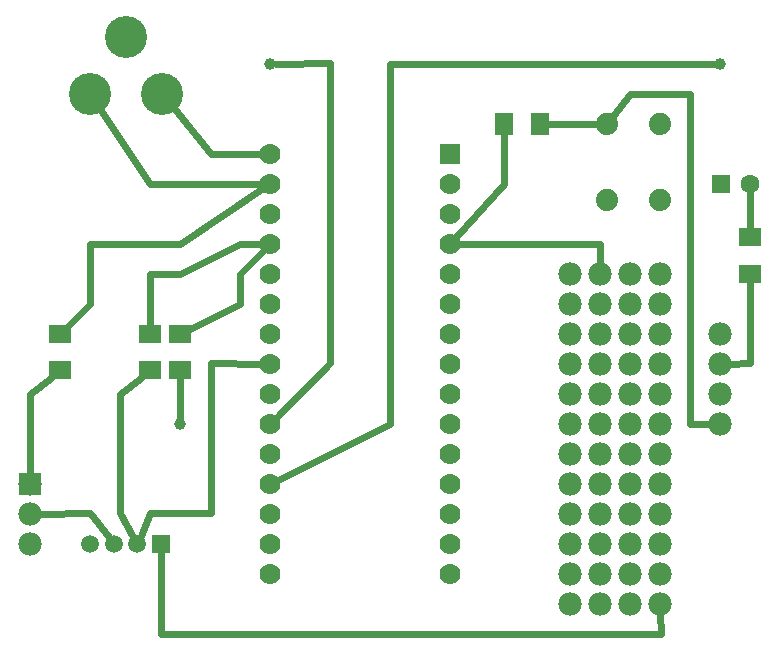
<source format=gbl>
G04 MADE WITH FRITZING*
G04 WWW.FRITZING.ORG*
G04 DOUBLE SIDED*
G04 HOLES PLATED*
G04 CONTOUR ON CENTER OF CONTOUR VECTOR*
%ASAXBY*%
%FSLAX23Y23*%
%MOIN*%
%OFA0B0*%
%SFA1.0B1.0*%
%ADD10C,0.059200*%
%ADD11C,0.070000*%
%ADD12C,0.074000*%
%ADD13C,0.078000*%
%ADD14C,0.140000*%
%ADD15C,0.039370*%
%ADD16C,0.062992*%
%ADD17R,0.059200X0.059200*%
%ADD18R,0.069972X0.070000*%
%ADD19R,0.078000X0.078000*%
%ADD20R,0.074803X0.062992*%
%ADD21R,0.062992X0.074803*%
%ADD22R,0.062992X0.062992*%
%ADD23C,0.024000*%
%LNCOPPER0*%
G90*
G70*
G54D10*
X535Y396D03*
X299Y396D03*
X377Y396D03*
X456Y396D03*
G54D11*
X1499Y1696D03*
X1499Y1596D03*
X1499Y1496D03*
X1499Y1396D03*
X1499Y1296D03*
X1499Y1196D03*
X1499Y1096D03*
X1499Y996D03*
X1499Y896D03*
X1499Y796D03*
X1499Y696D03*
X1499Y596D03*
X1499Y496D03*
X1499Y396D03*
X1499Y296D03*
X899Y1696D03*
X899Y1596D03*
X899Y1496D03*
X899Y1396D03*
X899Y1296D03*
X899Y1196D03*
X899Y1096D03*
X899Y996D03*
X899Y896D03*
X899Y796D03*
X899Y696D03*
X899Y596D03*
X899Y496D03*
X899Y396D03*
X899Y296D03*
X1499Y1696D03*
X1499Y1596D03*
X1499Y1496D03*
X1499Y1396D03*
X1499Y1296D03*
X1499Y1196D03*
X1499Y1096D03*
X1499Y996D03*
X1499Y896D03*
X1499Y796D03*
X1499Y696D03*
X1499Y596D03*
X1499Y496D03*
X1499Y396D03*
X1499Y296D03*
X899Y1696D03*
X899Y1596D03*
X899Y1496D03*
X899Y1396D03*
X899Y1296D03*
X899Y1196D03*
X899Y1096D03*
X899Y996D03*
X899Y896D03*
X899Y796D03*
X899Y696D03*
X899Y596D03*
X899Y496D03*
X899Y396D03*
X899Y296D03*
G54D12*
X2199Y1796D03*
X2199Y1540D03*
X2021Y1796D03*
X2021Y1540D03*
G54D13*
X99Y596D03*
X99Y496D03*
X99Y396D03*
X2199Y396D03*
X2099Y396D03*
X1999Y396D03*
X1899Y396D03*
X2199Y796D03*
X2099Y796D03*
X1999Y796D03*
X1899Y796D03*
X2199Y1196D03*
X2099Y1196D03*
X1999Y1196D03*
X1899Y1196D03*
X2199Y496D03*
X2099Y496D03*
X1999Y496D03*
X1899Y496D03*
X2199Y896D03*
X2099Y896D03*
X1999Y896D03*
X1899Y896D03*
X2199Y1296D03*
X2099Y1296D03*
X1999Y1296D03*
X1899Y1296D03*
X2199Y196D03*
X2099Y196D03*
X1999Y196D03*
X1899Y196D03*
X2199Y296D03*
X2099Y296D03*
X1999Y296D03*
X1899Y296D03*
X2399Y1096D03*
X2399Y996D03*
X2399Y896D03*
X2399Y796D03*
X2199Y596D03*
X2099Y596D03*
X1999Y596D03*
X1899Y596D03*
X2199Y696D03*
X2099Y696D03*
X1999Y696D03*
X1899Y696D03*
X2199Y996D03*
X2099Y996D03*
X1999Y996D03*
X1899Y996D03*
X2199Y1096D03*
X2099Y1096D03*
X1999Y1096D03*
X1899Y1096D03*
G54D14*
X539Y1896D03*
X299Y1896D03*
X419Y2086D03*
X539Y1896D03*
X299Y1896D03*
X419Y2086D03*
G54D15*
X599Y796D03*
X899Y1996D03*
G54D16*
X2400Y1596D03*
X2499Y1596D03*
G54D15*
X2399Y1996D03*
G54D17*
X535Y396D03*
G54D18*
X1499Y1696D03*
X1499Y1696D03*
G54D19*
X99Y596D03*
G54D20*
X499Y1096D03*
X499Y974D03*
G54D21*
X1799Y1796D03*
X1677Y1796D03*
G54D20*
X199Y1096D03*
X199Y974D03*
X599Y1096D03*
X599Y974D03*
X2499Y1296D03*
X2499Y1418D03*
G54D22*
X2400Y1596D03*
G54D23*
X1999Y1326D02*
X1999Y1396D01*
D02*
X1999Y1396D02*
X1528Y1396D01*
D02*
X499Y497D02*
X467Y421D01*
D02*
X700Y997D02*
X700Y497D01*
D02*
X700Y497D02*
X499Y497D01*
D02*
X870Y996D02*
X700Y997D01*
D02*
X1990Y1796D02*
X1825Y1796D01*
D02*
X1518Y1417D02*
X1677Y1594D01*
D02*
X1677Y1594D02*
X1677Y1764D01*
D02*
X535Y95D02*
X535Y361D01*
D02*
X2200Y95D02*
X535Y95D01*
D02*
X2199Y166D02*
X2200Y95D01*
D02*
X599Y815D02*
X599Y948D01*
D02*
X797Y1195D02*
X630Y1112D01*
D02*
X878Y1375D02*
X797Y1296D01*
D02*
X797Y1296D02*
X797Y1195D01*
D02*
X870Y1596D02*
X499Y1594D01*
D02*
X499Y1594D02*
X332Y1845D01*
D02*
X700Y1695D02*
X870Y1696D01*
D02*
X577Y1848D02*
X700Y1695D01*
D02*
X297Y497D02*
X129Y496D01*
D02*
X361Y417D02*
X297Y497D01*
D02*
X99Y896D02*
X167Y949D01*
D02*
X99Y626D02*
X99Y896D01*
D02*
X599Y1396D02*
X297Y1396D01*
D02*
X297Y1396D02*
X297Y1195D01*
D02*
X874Y1580D02*
X599Y1396D01*
D02*
X297Y1195D02*
X224Y1122D01*
D02*
X398Y896D02*
X467Y949D01*
D02*
X443Y419D02*
X398Y497D01*
D02*
X398Y497D02*
X398Y896D01*
D02*
X599Y1296D02*
X499Y1296D01*
D02*
X499Y1296D02*
X499Y1122D01*
D02*
X870Y1396D02*
X797Y1396D01*
D02*
X797Y1396D02*
X599Y1296D01*
D02*
X1099Y1997D02*
X1099Y997D01*
D02*
X1099Y997D02*
X919Y816D01*
D02*
X918Y1996D02*
X1099Y1997D01*
D02*
X2297Y796D02*
X2369Y796D01*
D02*
X2297Y1896D02*
X2297Y796D01*
D02*
X2099Y1896D02*
X2297Y1896D01*
D02*
X2040Y1820D02*
X2099Y1896D01*
D02*
X2499Y1569D02*
X2499Y1444D01*
D02*
X2498Y997D02*
X2499Y1270D01*
D02*
X2429Y996D02*
X2498Y997D01*
D02*
X1299Y1996D02*
X1299Y796D01*
D02*
X1299Y796D02*
X925Y609D01*
D02*
X2380Y1996D02*
X1299Y1996D01*
G04 End of Copper0*
M02*
</source>
